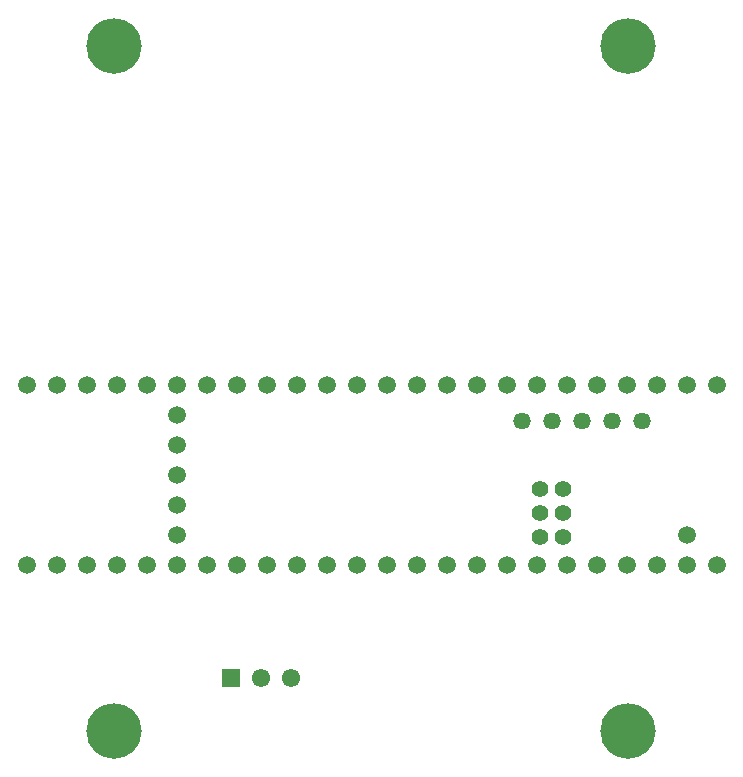
<source format=gbr>
%TF.GenerationSoftware,KiCad,Pcbnew,7.0.6*%
%TF.CreationDate,2024-05-04T22:08:13-04:00*%
%TF.ProjectId,rearbox,72656172-626f-4782-9e6b-696361645f70,rev?*%
%TF.SameCoordinates,Original*%
%TF.FileFunction,Soldermask,Bot*%
%TF.FilePolarity,Negative*%
%FSLAX46Y46*%
G04 Gerber Fmt 4.6, Leading zero omitted, Abs format (unit mm)*
G04 Created by KiCad (PCBNEW 7.0.6) date 2024-05-04 22:08:13*
%MOMM*%
%LPD*%
G01*
G04 APERTURE LIST*
%ADD10C,4.700000*%
%ADD11R,1.550000X1.550000*%
%ADD12C,1.550000*%
%ADD13C,1.512000*%
%ADD14C,1.462000*%
%ADD15C,1.412000*%
G04 APERTURE END LIST*
D10*
%TO.C,H6*%
X227395400Y-102196000D03*
%TD*%
%TO.C,H5*%
X183895400Y-102196000D03*
%TD*%
%TO.C,H4*%
X227395500Y-44195900D03*
%TD*%
%TO.C,H2*%
X183895400Y-44196000D03*
%TD*%
D11*
%TO.C,U3*%
X193802000Y-97739200D03*
D12*
X196342000Y-97739200D03*
X198882000Y-97739200D03*
%TD*%
D13*
%TO.C,U4*%
X232364800Y-72962300D03*
X229824800Y-72962300D03*
X227284800Y-72962300D03*
X224744800Y-72962300D03*
X199344800Y-72962300D03*
X229824800Y-88202300D03*
X189184800Y-78042300D03*
X222204800Y-72962300D03*
X219664800Y-72962300D03*
D14*
X228554800Y-76012300D03*
D13*
X217124800Y-72962300D03*
X214584800Y-72962300D03*
X212044800Y-72962300D03*
X209504800Y-72962300D03*
X206964800Y-72962300D03*
X204424800Y-72962300D03*
X201884800Y-72962300D03*
X201884800Y-88202300D03*
X204424800Y-88202300D03*
X206964800Y-88202300D03*
X209504800Y-88202300D03*
X212044800Y-88202300D03*
X214584800Y-88202300D03*
X217124800Y-88202300D03*
X219664800Y-88202300D03*
X222204800Y-88202300D03*
X224744800Y-88202300D03*
X227284800Y-88202300D03*
X196804800Y-72962300D03*
X194264800Y-72962300D03*
X191724800Y-72962300D03*
X189184800Y-72962300D03*
X186644800Y-72962300D03*
X184104800Y-72962300D03*
X181564800Y-72962300D03*
X179024800Y-72962300D03*
X176484800Y-72962300D03*
X176484800Y-88202300D03*
X179024800Y-88202300D03*
X181564800Y-88202300D03*
X184104800Y-88202300D03*
X186644800Y-88202300D03*
X189184800Y-88202300D03*
X191724800Y-88202300D03*
X194264800Y-88202300D03*
X196804800Y-88202300D03*
D14*
X223474800Y-76012300D03*
X226014800Y-76012300D03*
D13*
X234904800Y-72962300D03*
X199344800Y-88202300D03*
X232364800Y-88202300D03*
X189184800Y-80582300D03*
D15*
X219934800Y-83752300D03*
X221934800Y-83752300D03*
D13*
X189184800Y-85662300D03*
X189184800Y-83122300D03*
D15*
X221934800Y-85752300D03*
X219934800Y-85752300D03*
X219934800Y-81752300D03*
X221934800Y-81752300D03*
D14*
X220934800Y-76012300D03*
X218394800Y-76012300D03*
D13*
X189184800Y-75502300D03*
X234904800Y-88202300D03*
X232364800Y-85662300D03*
%TD*%
M02*

</source>
